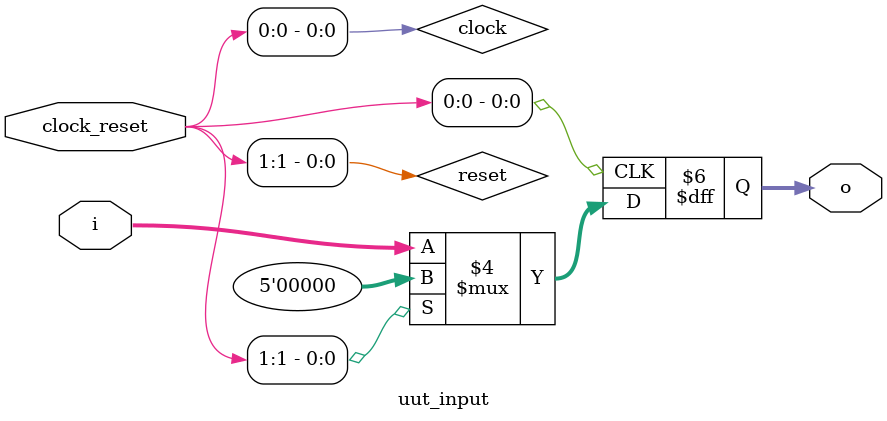
<source format=v>
    module testbench();
        reg [1:0] clock_reset;
        reg [4:0] i;
        wire [4:0] o;
        reg [4:0] rust_out;
        dut t (.arg_0(clock_reset),.arg_1(i),.out(o));
        initial begin
            #0;
            clock_reset = 2'b10;
            i = 5'b00000;
            rust_out = 5'b00000;
            #1;
            if (o !== rust_out) begin
                $display("ASSERTION FAILED 0x%0h !== 0x%0h CASE Test 1 at time 0", o, rust_out);
                $finish;
            end
            #49;
            clock_reset = 2'b11;
            i = 5'b00000;
            rust_out = 5'b00000;
            #1;
            clock_reset = 2'b01;
            i = 5'b10010;
            rust_out = 5'b00000;
            #1;
            if (o !== rust_out) begin
                $display("ASSERTION FAILED 0x%0h !== 0x%0h CASE Test 3 at time 51", o, rust_out);
                $finish;
            end
            #48;
            clock_reset = 2'b00;
            i = 5'b10010;
            rust_out = 5'b00000;
            #1;
            if (o !== rust_out) begin
                $display("ASSERTION FAILED 0x%0h !== 0x%0h CASE Test 4 at time 100", o, rust_out);
                $finish;
            end
            #49;
            clock_reset = 2'b01;
            i = 5'b10010;
            rust_out = 5'b10010;
            #1;
            clock_reset = 2'b01;
            i = 5'b10101;
            rust_out = 5'b10010;
            #1;
            if (o !== rust_out) begin
                $display("ASSERTION FAILED 0x%0h !== 0x%0h CASE Test 6 at time 151", o, rust_out);
                $finish;
            end
            #48;
            clock_reset = 2'b00;
            i = 5'b10101;
            rust_out = 5'b10010;
            #1;
            if (o !== rust_out) begin
                $display("ASSERTION FAILED 0x%0h !== 0x%0h CASE Test 7 at time 200", o, rust_out);
                $finish;
            end
            #49;
            clock_reset = 2'b01;
            i = 5'b10101;
            rust_out = 5'b00000;
            #1;
            clock_reset = 2'b01;
            i = 5'b10110;
            rust_out = 5'b00000;
            #1;
            if (o !== rust_out) begin
                $display("ASSERTION FAILED 0x%0h !== 0x%0h CASE Test 9 at time 251", o, rust_out);
                $finish;
            end
            #48;
            clock_reset = 2'b00;
            i = 5'b10110;
            rust_out = 5'b00000;
            #1;
            if (o !== rust_out) begin
                $display("ASSERTION FAILED 0x%0h !== 0x%0h CASE Test 10 at time 300", o, rust_out);
                $finish;
            end
            #49;
            clock_reset = 2'b01;
            i = 5'b10110;
            rust_out = 5'b10110;
            #1;
            clock_reset = 2'b01;
            i = 5'b10010;
            rust_out = 5'b10110;
            #1;
            if (o !== rust_out) begin
                $display("ASSERTION FAILED 0x%0h !== 0x%0h CASE Test 12 at time 351", o, rust_out);
                $finish;
            end
            #48;
            clock_reset = 2'b00;
            i = 5'b10010;
            rust_out = 5'b10110;
            #1;
            if (o !== rust_out) begin
                $display("ASSERTION FAILED 0x%0h !== 0x%0h CASE Test 13 at time 400", o, rust_out);
                $finish;
            end
            #49;
            clock_reset = 2'b01;
            i = 5'b10010;
            rust_out = 5'b10010;
            #1;
            clock_reset = 2'b01;
            i = 5'b11010;
            rust_out = 5'b10010;
            #1;
            if (o !== rust_out) begin
                $display("ASSERTION FAILED 0x%0h !== 0x%0h CASE Test 15 at time 451", o, rust_out);
                $finish;
            end
            #48;
            clock_reset = 2'b00;
            i = 5'b11010;
            rust_out = 5'b10010;
            #1;
            if (o !== rust_out) begin
                $display("ASSERTION FAILED 0x%0h !== 0x%0h CASE Test 16 at time 500", o, rust_out);
                $finish;
            end
            #49;
            clock_reset = 2'b01;
            i = 5'b11010;
            rust_out = 5'b11010;
            #1;
            clock_reset = 2'b01;
            i = 5'b10001;
            rust_out = 5'b11010;
            #1;
            if (o !== rust_out) begin
                $display("ASSERTION FAILED 0x%0h !== 0x%0h CASE Test 18 at time 551", o, rust_out);
                $finish;
            end
            #48;
            clock_reset = 2'b00;
            i = 5'b10001;
            rust_out = 5'b11010;
            #1;
            if (o !== rust_out) begin
                $display("ASSERTION FAILED 0x%0h !== 0x%0h CASE Test 19 at time 600", o, rust_out);
                $finish;
            end
            #49;
            clock_reset = 2'b01;
            i = 5'b10001;
            rust_out = 5'b00000;
            #1;
            clock_reset = 2'b01;
            i = 5'b11100;
            rust_out = 5'b00000;
            #1;
            if (o !== rust_out) begin
                $display("ASSERTION FAILED 0x%0h !== 0x%0h CASE Test 21 at time 651", o, rust_out);
                $finish;
            end
            #48;
            clock_reset = 2'b00;
            i = 5'b11100;
            rust_out = 5'b00000;
            #1;
            if (o !== rust_out) begin
                $display("ASSERTION FAILED 0x%0h !== 0x%0h CASE Test 22 at time 700", o, rust_out);
                $finish;
            end
            #49;
            clock_reset = 2'b01;
            i = 5'b11100;
            rust_out = 5'b11100;
            #1;
            clock_reset = 2'b01;
            i = 5'b11100;
            rust_out = 5'b11100;
            #1;
            if (o !== rust_out) begin
                $display("ASSERTION FAILED 0x%0h !== 0x%0h CASE Test 24 at time 751", o, rust_out);
                $finish;
            end
            #48;
            clock_reset = 2'b00;
            i = 5'b11100;
            rust_out = 5'b11100;
            #1;
            if (o !== rust_out) begin
                $display("ASSERTION FAILED 0x%0h !== 0x%0h CASE Test 25 at time 800", o, rust_out);
                $finish;
            end
            #49;
            clock_reset = 2'b01;
            i = 5'b11100;
            rust_out = 5'b11100;
            #1;
            clock_reset = 2'b01;
            i = 5'b10101;
            rust_out = 5'b11100;
            #1;
            if (o !== rust_out) begin
                $display("ASSERTION FAILED 0x%0h !== 0x%0h CASE Test 27 at time 851", o, rust_out);
                $finish;
            end
            #48;
            clock_reset = 2'b00;
            i = 5'b10101;
            rust_out = 5'b11100;
            #1;
            if (o !== rust_out) begin
                $display("ASSERTION FAILED 0x%0h !== 0x%0h CASE Test 28 at time 900", o, rust_out);
                $finish;
            end
            #49;
            clock_reset = 2'b01;
            i = 5'b10101;
            rust_out = 5'b00000;
            #1;
            clock_reset = 2'b01;
            i = 5'b00000;
            rust_out = 5'b00000;
            #1;
            if (o !== rust_out) begin
                $display("ASSERTION FAILED 0x%0h !== 0x%0h CASE Test 30 at time 951", o, rust_out);
                $finish;
            end
            #48;
            clock_reset = 2'b00;
            i = 5'b00000;
            rust_out = 5'b00000;
            #1;
            if (o !== rust_out) begin
                $display("ASSERTION FAILED 0x%0h !== 0x%0h CASE Test 31 at time 1000", o, rust_out);
                $finish;
            end
            #49;
            clock_reset = 2'b01;
            i = 5'b00000;
            rust_out = 5'b00000;
            #1;
            clock_reset = 2'b01;
            i = 5'b11101;
            rust_out = 5'b00000;
            #1;
            if (o !== rust_out) begin
                $display("ASSERTION FAILED 0x%0h !== 0x%0h CASE Test 33 at time 1051", o, rust_out);
                $finish;
            end
            #48;
            clock_reset = 2'b00;
            i = 5'b11101;
            rust_out = 5'b00000;
            #1;
            if (o !== rust_out) begin
                $display("ASSERTION FAILED 0x%0h !== 0x%0h CASE Test 34 at time 1100", o, rust_out);
                $finish;
            end
            #49;
            clock_reset = 2'b01;
            i = 5'b11101;
            rust_out = 5'b00000;
            #1;
            clock_reset = 2'b01;
            i = 5'b00000;
            rust_out = 5'b00000;
            #1;
            if (o !== rust_out) begin
                $display("ASSERTION FAILED 0x%0h !== 0x%0h CASE Test 36 at time 1151", o, rust_out);
                $finish;
            end
            #48;
            clock_reset = 2'b00;
            i = 5'b00000;
            rust_out = 5'b00000;
            #1;
            if (o !== rust_out) begin
                $display("ASSERTION FAILED 0x%0h !== 0x%0h CASE Test 37 at time 1200", o, rust_out);
                $finish;
            end
            #49;
            clock_reset = 2'b01;
            i = 5'b00000;
            rust_out = 5'b00000;
            #1;
            clock_reset = 2'b01;
            i = 5'b10001;
            rust_out = 5'b00000;
            #1;
            if (o !== rust_out) begin
                $display("ASSERTION FAILED 0x%0h !== 0x%0h CASE Test 39 at time 1251", o, rust_out);
                $finish;
            end
            #48;
            clock_reset = 2'b00;
            i = 5'b10001;
            rust_out = 5'b00000;
            #1;
            if (o !== rust_out) begin
                $display("ASSERTION FAILED 0x%0h !== 0x%0h CASE Test 40 at time 1300", o, rust_out);
                $finish;
            end
            #49;
            clock_reset = 2'b01;
            i = 5'b10001;
            rust_out = 5'b00000;
            #1;
            clock_reset = 2'b01;
            i = 5'b11011;
            rust_out = 5'b00000;
            #1;
            if (o !== rust_out) begin
                $display("ASSERTION FAILED 0x%0h !== 0x%0h CASE Test 42 at time 1351", o, rust_out);
                $finish;
            end
            #48;
            clock_reset = 2'b00;
            i = 5'b11011;
            rust_out = 5'b00000;
            #1;
            if (o !== rust_out) begin
                $display("ASSERTION FAILED 0x%0h !== 0x%0h CASE Test 43 at time 1400", o, rust_out);
                $finish;
            end
            #49;
            clock_reset = 2'b01;
            i = 5'b11011;
            rust_out = 5'b00000;
            #1;
            clock_reset = 2'b01;
            i = 5'b00000;
            rust_out = 5'b00000;
            #1;
            if (o !== rust_out) begin
                $display("ASSERTION FAILED 0x%0h !== 0x%0h CASE Test 45 at time 1451", o, rust_out);
                $finish;
            end
            #48;
            clock_reset = 2'b00;
            i = 5'b00000;
            rust_out = 5'b00000;
            #1;
            if (o !== rust_out) begin
                $display("ASSERTION FAILED 0x%0h !== 0x%0h CASE Test 46 at time 1500", o, rust_out);
                $finish;
            end
            #49;
            clock_reset = 2'b01;
            i = 5'b00000;
            rust_out = 5'b00000;
            #1;
            clock_reset = 2'b01;
            i = 5'b10110;
            rust_out = 5'b00000;
            #1;
            if (o !== rust_out) begin
                $display("ASSERTION FAILED 0x%0h !== 0x%0h CASE Test 48 at time 1551", o, rust_out);
                $finish;
            end
            #48;
            clock_reset = 2'b00;
            i = 5'b10110;
            rust_out = 5'b00000;
            #1;
            if (o !== rust_out) begin
                $display("ASSERTION FAILED 0x%0h !== 0x%0h CASE Test 49 at time 1600", o, rust_out);
                $finish;
            end
            #49;
            clock_reset = 2'b01;
            i = 5'b10110;
            rust_out = 5'b10110;
            #1;
            clock_reset = 2'b01;
            i = 5'b00000;
            rust_out = 5'b10110;
            #1;
            if (o !== rust_out) begin
                $display("ASSERTION FAILED 0x%0h !== 0x%0h CASE Test 51 at time 1651", o, rust_out);
                $finish;
            end
            #48;
            clock_reset = 2'b00;
            i = 5'b00000;
            rust_out = 5'b10110;
            #1;
            if (o !== rust_out) begin
                $display("ASSERTION FAILED 0x%0h !== 0x%0h CASE Test 52 at time 1700", o, rust_out);
                $finish;
            end
            #49;
            clock_reset = 2'b01;
            i = 5'b00000;
            rust_out = 5'b00000;
            #1;
            clock_reset = 2'b01;
            i = 5'b00000;
            rust_out = 5'b00000;
            #1;
            if (o !== rust_out) begin
                $display("ASSERTION FAILED 0x%0h !== 0x%0h CASE Test 54 at time 1751", o, rust_out);
                $finish;
            end
            #48;
            clock_reset = 2'b00;
            i = 5'b00000;
            rust_out = 5'b00000;
            #1;
            if (o !== rust_out) begin
                $display("ASSERTION FAILED 0x%0h !== 0x%0h CASE Test 55 at time 1800", o, rust_out);
                $finish;
            end
            #49;
            clock_reset = 2'b01;
            i = 5'b00000;
            rust_out = 5'b00000;
            #1;
            clock_reset = 2'b01;
            i = 5'b10001;
            rust_out = 5'b00000;
            #1;
            if (o !== rust_out) begin
                $display("ASSERTION FAILED 0x%0h !== 0x%0h CASE Test 57 at time 1851", o, rust_out);
                $finish;
            end
            #48;
            clock_reset = 2'b00;
            i = 5'b10001;
            rust_out = 5'b00000;
            #1;
            if (o !== rust_out) begin
                $display("ASSERTION FAILED 0x%0h !== 0x%0h CASE Test 58 at time 1900", o, rust_out);
                $finish;
            end
            #49;
            clock_reset = 2'b01;
            i = 5'b10001;
            rust_out = 5'b00000;
            #1;
            clock_reset = 2'b01;
            i = 5'b00000;
            rust_out = 5'b00000;
            #1;
            if (o !== rust_out) begin
                $display("ASSERTION FAILED 0x%0h !== 0x%0h CASE Test 60 at time 1951", o, rust_out);
                $finish;
            end
            #48;
            clock_reset = 2'b00;
            i = 5'b00000;
            rust_out = 5'b00000;
            #1;
            if (o !== rust_out) begin
                $display("ASSERTION FAILED 0x%0h !== 0x%0h CASE Test 61 at time 2000", o, rust_out);
                $finish;
            end
            #49;
            clock_reset = 2'b01;
            i = 5'b00000;
            rust_out = 5'b00000;
            $display("TESTBENCH OK", );
            $finish;
        end
    endmodule
    //
    module dut(input wire [1:0] arg_0, input wire [4:0] arg_1, output reg [4:0] out);
        reg [0:0] r0;
        reg [0:0] r1;
        reg [0:0] r21;
        reg [0:0] r22;
        reg [0:0] r23;
        reg [0:0] r24;
        reg [0:0] r25;
        reg [0:0] r45;
        reg [0:0] r70;
        reg [0:0] r71;
        reg [0:0] r72;
        reg [0:0] r73;
        reg [0:0] r80;
        reg [0:0] r81;
        reg [0:0] r82;
        reg [0:0] r83;
        reg [0:0] r84;
        reg [0:0] r85;
        reg [0:0] r86;
        reg [0:0] r87;
        reg [0:0] r88;
        wire [0:0] r40;
        wire [0:0] r41;
        wire [0:0] r42;
        wire [0:0] r43;
        wire [0:0] r44;
        uut_input bb_0 (.o({ r44, r43, r42, r41, r40 }),.clock_reset({ r1, r0 }),.i({ r25, r24, r23, r22, r21 }));
        always @(*) begin
            r0 = arg_0[0];
            r1 = arg_0[1];
            r21 = arg_1[0];
            r22 = arg_1[1];
            r23 = arg_1[2];
            r24 = arg_1[3];
            r25 = arg_1[4];
            // !(t & bits(1)).any()
            //
            // (o, d, )
            //
            r83 = (r44) ? (r43) : (1'bX);
            r82 = (r44) ? (r42) : (1'bX);
            r81 = (r44) ? (r41) : (1'bX);
            r80 = (r44) ? (r40) : (1'bX);
            r45 = ~(r80);
            r88 = (r44) ? (r45) : (1'b0);
            r73 = (r45) ? (r43) : (1'b0);
            r87 = (r44) ? (r73) : (1'b0);
            r72 = (r45) ? (r42) : (1'b0);
            r86 = (r44) ? (r72) : (1'b0);
            r71 = (r45) ? (r41) : (1'b0);
            r85 = (r44) ? (r71) : (1'b0);
            r70 = (r45) ? (r40) : (1'b0);
            r84 = (r44) ? (r70) : (1'b0);
            // o = Some(data);
            //
            // if q.func {
            //    o = Some(data);
            // }
            //
            //
            // d.func = data;
            //
            // if let Some(data, )#true = q.input{
            //    d.func = data;
            //    if q.func {
            //       o = Some(data);
            //    }
            //
            // }
            //
            //
            // d.func = T::dont_care();
            //
            // let o = None();
            //
            // d.input = i;
            //
            // let d = D::<T>::dont_care();
            //
            out = { r88, r87, r86, r85, r84 };
        end
    endmodule
    //
    module uut_input(input wire [1:0] clock_reset, input wire [4:0] i, output reg [4:0] o);
        wire [0:0] clock;
        wire [0:0] reset;
        initial begin
            o = 5'b00000;
        end
        assign clock = clock_reset[0];
        assign reset = clock_reset[1];
        always @(posedge clock) begin
            if (reset)
            begin
                o <= 5'b00000;
            end else begin
                o <= i;
            end
        end
    endmodule

</source>
